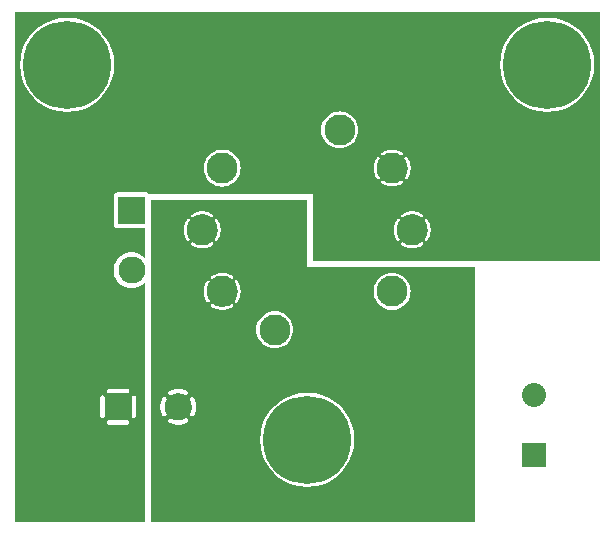
<source format=gbr>
G04 start of page 3 for group 1 idx 1 *
G04 Title: (unknown), bottom *
G04 Creator: pcb 4.0.2 *
G04 CreationDate: Mon Jan 25 18:16:20 2021 UTC *
G04 For: ndholmes *
G04 Format: Gerber/RS-274X *
G04 PCB-Dimensions (mil): 2000.00 2000.00 *
G04 PCB-Coordinate-Origin: lower left *
%MOIN*%
%FSLAX25Y25*%
%LNBOTTOM*%
%ADD29C,0.0480*%
%ADD28C,0.0550*%
%ADD27C,0.1285*%
%ADD26C,0.0730*%
%ADD25C,0.0800*%
%ADD24C,0.0900*%
%ADD23C,0.2937*%
%ADD22C,0.1030*%
%ADD21C,0.0001*%
G54D21*G36*
X70139Y100293D02*X70144Y100241D01*
Y99759D01*
X70139Y99708D01*
Y100293D01*
G37*
G36*
X89175Y18620D02*X90753Y17272D01*
X92858Y15982D01*
X95138Y15038D01*
X97539Y14461D01*
X100000Y14268D01*
Y2500D01*
X89175D01*
Y18620D01*
G37*
G36*
Y110000D02*X100000D01*
Y45732D01*
X97539Y45539D01*
X95138Y44962D01*
X92858Y44018D01*
X90753Y42728D01*
X89175Y41380D01*
Y60545D01*
X89185Y60544D01*
X90150Y60620D01*
X91091Y60846D01*
X91985Y61216D01*
X92811Y61722D01*
X93547Y62351D01*
X94175Y63087D01*
X94681Y63912D01*
X95052Y64807D01*
X95278Y65748D01*
X95335Y66713D01*
X95278Y67678D01*
X95052Y68619D01*
X94681Y69514D01*
X94175Y70339D01*
X93547Y71075D01*
X92811Y71704D01*
X91985Y72210D01*
X91091Y72580D01*
X90150Y72806D01*
X89185Y72882D01*
X89175Y72881D01*
Y110000D01*
G37*
G36*
X76823Y79720D02*X76828Y79668D01*
Y79187D01*
X76823Y79135D01*
Y79720D01*
G37*
G36*
Y110000D02*X89175D01*
Y72881D01*
X88220Y72806D01*
X87278Y72580D01*
X86384Y72210D01*
X85559Y71704D01*
X84823Y71075D01*
X84194Y70339D01*
X83688Y69514D01*
X83318Y68619D01*
X83092Y67678D01*
X83016Y66713D01*
X83092Y65748D01*
X83318Y64807D01*
X83688Y63912D01*
X84194Y63087D01*
X84823Y62351D01*
X85559Y61722D01*
X86384Y61216D01*
X87278Y60846D01*
X88220Y60620D01*
X89175Y60545D01*
Y41380D01*
X88876Y41124D01*
X87272Y39247D01*
X85982Y37142D01*
X85038Y34862D01*
X84461Y32461D01*
X84268Y30000D01*
X84461Y27539D01*
X85038Y25138D01*
X85982Y22858D01*
X87272Y20753D01*
X88876Y18876D01*
X89175Y18620D01*
Y2500D01*
X76823D01*
Y76057D01*
X77043Y76396D01*
X77302Y76910D01*
X77513Y77446D01*
X77673Y78000D01*
X77780Y78566D01*
X77834Y79140D01*
Y79716D01*
X77780Y80289D01*
X77673Y80855D01*
X77513Y81409D01*
X77302Y81945D01*
X77043Y82459D01*
X76823Y82807D01*
Y110000D01*
G37*
G36*
X70139D02*X76823D01*
Y82807D01*
X76736Y82947D01*
X76686Y83008D01*
X76626Y83061D01*
X76559Y83104D01*
X76486Y83136D01*
X76409Y83156D01*
X76330Y83164D01*
X76251Y83159D01*
X76173Y83142D01*
X76099Y83113D01*
X76030Y83073D01*
X75969Y83023D01*
X75916Y82963D01*
X75873Y82896D01*
X75841Y82823D01*
X75821Y82746D01*
X75813Y82667D01*
X75818Y82588D01*
X75835Y82510D01*
X75864Y82436D01*
X75905Y82368D01*
X76166Y81963D01*
X76384Y81533D01*
X76560Y81085D01*
X76694Y80622D01*
X76783Y80148D01*
X76823Y79720D01*
Y79135D01*
X76783Y78707D01*
X76694Y78233D01*
X76560Y77770D01*
X76384Y77322D01*
X76166Y76892D01*
X75910Y76484D01*
X75869Y76417D01*
X75840Y76344D01*
X75823Y76267D01*
X75819Y76188D01*
X75826Y76110D01*
X75846Y76034D01*
X75878Y75962D01*
X75920Y75895D01*
X75973Y75837D01*
X76033Y75787D01*
X76101Y75747D01*
X76175Y75718D01*
X76251Y75701D01*
X76330Y75697D01*
X76408Y75705D01*
X76484Y75724D01*
X76557Y75756D01*
X76623Y75798D01*
X76682Y75851D01*
X76730Y75912D01*
X76823Y76057D01*
Y2500D01*
X70139D01*
Y73472D01*
X70256Y73439D01*
X70822Y73331D01*
X71396Y73278D01*
X71972D01*
X72545Y73331D01*
X73111Y73439D01*
X73665Y73598D01*
X74201Y73809D01*
X74715Y74069D01*
X75203Y74376D01*
X75265Y74426D01*
X75317Y74485D01*
X75360Y74552D01*
X75392Y74625D01*
X75412Y74702D01*
X75420Y74781D01*
X75416Y74861D01*
X75399Y74938D01*
X75370Y75013D01*
X75329Y75081D01*
X75279Y75143D01*
X75219Y75196D01*
X75152Y75239D01*
X75079Y75271D01*
X75002Y75291D01*
X74923Y75298D01*
X74844Y75294D01*
X74766Y75277D01*
X74692Y75248D01*
X74624Y75206D01*
X74220Y74945D01*
X73789Y74728D01*
X73341Y74551D01*
X72878Y74418D01*
X72405Y74328D01*
X71925Y74283D01*
X71443D01*
X70963Y74328D01*
X70490Y74418D01*
X70139Y74519D01*
Y84336D01*
X70490Y84437D01*
X70963Y84527D01*
X71443Y84572D01*
X71925D01*
X72405Y84527D01*
X72878Y84437D01*
X73341Y84304D01*
X73789Y84127D01*
X74220Y83910D01*
X74627Y83653D01*
X74694Y83612D01*
X74768Y83584D01*
X74845Y83567D01*
X74923Y83562D01*
X75001Y83570D01*
X75078Y83590D01*
X75150Y83621D01*
X75216Y83664D01*
X75275Y83716D01*
X75325Y83777D01*
X75364Y83845D01*
X75393Y83918D01*
X75410Y83995D01*
X75415Y84074D01*
X75407Y84152D01*
X75387Y84228D01*
X75355Y84300D01*
X75313Y84367D01*
X75261Y84425D01*
X75199Y84474D01*
X74715Y84786D01*
X74201Y85046D01*
X73665Y85257D01*
X73111Y85416D01*
X72545Y85524D01*
X71972Y85578D01*
X71396D01*
X70822Y85524D01*
X70256Y85416D01*
X70139Y85383D01*
Y96629D01*
X70358Y96969D01*
X70618Y97483D01*
X70829Y98019D01*
X70989Y98573D01*
X71096Y99139D01*
X71150Y99712D01*
Y100288D01*
X71096Y100862D01*
X70989Y101428D01*
X70829Y101981D01*
X70618Y102518D01*
X70358Y103032D01*
X70139Y103380D01*
Y110000D01*
G37*
G36*
X66544D02*X70139D01*
Y103380D01*
X70052Y103519D01*
X70001Y103581D01*
X69942Y103634D01*
X69875Y103677D01*
X69802Y103709D01*
X69725Y103729D01*
X69646Y103737D01*
X69566Y103732D01*
X69489Y103715D01*
X69415Y103686D01*
X69346Y103646D01*
X69284Y103595D01*
X69231Y103536D01*
X69189Y103469D01*
X69157Y103396D01*
X69136Y103319D01*
X69129Y103240D01*
X69133Y103160D01*
X69150Y103083D01*
X69179Y103008D01*
X69221Y102941D01*
X69482Y102536D01*
X69699Y102106D01*
X69876Y101658D01*
X70009Y101195D01*
X70099Y100721D01*
X70139Y100293D01*
Y99708D01*
X70099Y99280D01*
X70009Y98806D01*
X69876Y98343D01*
X69699Y97895D01*
X69482Y97465D01*
X69225Y97057D01*
X69184Y96990D01*
X69156Y96917D01*
X69139Y96840D01*
X69134Y96761D01*
X69142Y96683D01*
X69162Y96607D01*
X69194Y96535D01*
X69236Y96468D01*
X69288Y96409D01*
X69349Y96360D01*
X69417Y96320D01*
X69490Y96291D01*
X69567Y96274D01*
X69646Y96270D01*
X69724Y96277D01*
X69800Y96297D01*
X69872Y96329D01*
X69939Y96371D01*
X69997Y96424D01*
X70046Y96485D01*
X70139Y96629D01*
Y85383D01*
X69703Y85257D01*
X69167Y85046D01*
X68652Y84786D01*
X68165Y84480D01*
X68103Y84429D01*
X68050Y84370D01*
X68007Y84303D01*
X67975Y84230D01*
X67955Y84153D01*
X67947Y84074D01*
X67952Y83994D01*
X67969Y83917D01*
X67998Y83843D01*
X68038Y83774D01*
X68089Y83712D01*
X68148Y83659D01*
X68215Y83616D01*
X68288Y83585D01*
X68365Y83564D01*
X68444Y83557D01*
X68524Y83561D01*
X68602Y83578D01*
X68676Y83607D01*
X68744Y83649D01*
X69148Y83910D01*
X69578Y84127D01*
X70027Y84304D01*
X70139Y84336D01*
Y74519D01*
X70027Y74551D01*
X69578Y74728D01*
X69148Y74945D01*
X68740Y75202D01*
X68673Y75243D01*
X68600Y75271D01*
X68523Y75288D01*
X68445Y75293D01*
X68366Y75285D01*
X68290Y75265D01*
X68218Y75234D01*
X68152Y75191D01*
X68093Y75139D01*
X68043Y75078D01*
X68003Y75010D01*
X67975Y74937D01*
X67958Y74860D01*
X67953Y74781D01*
X67961Y74703D01*
X67981Y74627D01*
X68012Y74555D01*
X68055Y74489D01*
X68107Y74430D01*
X68169Y74381D01*
X68652Y74069D01*
X69167Y73809D01*
X69703Y73598D01*
X70139Y73472D01*
Y2500D01*
X66544D01*
Y76048D01*
X66632Y75909D01*
X66682Y75847D01*
X66741Y75794D01*
X66808Y75751D01*
X66881Y75719D01*
X66958Y75699D01*
X67038Y75691D01*
X67117Y75696D01*
X67195Y75713D01*
X67269Y75742D01*
X67338Y75782D01*
X67399Y75833D01*
X67452Y75892D01*
X67495Y75959D01*
X67527Y76032D01*
X67547Y76109D01*
X67555Y76188D01*
X67550Y76268D01*
X67533Y76345D01*
X67504Y76419D01*
X67463Y76487D01*
X67201Y76892D01*
X66984Y77322D01*
X66808Y77770D01*
X66674Y78233D01*
X66585Y78707D01*
X66544Y79135D01*
Y79720D01*
X66585Y80148D01*
X66674Y80622D01*
X66808Y81085D01*
X66984Y81533D01*
X67201Y81963D01*
X67458Y82371D01*
X67499Y82438D01*
X67528Y82511D01*
X67545Y82588D01*
X67549Y82667D01*
X67541Y82745D01*
X67522Y82821D01*
X67490Y82893D01*
X67447Y82960D01*
X67395Y83019D01*
X67334Y83068D01*
X67266Y83108D01*
X67193Y83137D01*
X67116Y83154D01*
X67038Y83158D01*
X66959Y83151D01*
X66883Y83131D01*
X66811Y83099D01*
X66745Y83057D01*
X66686Y83004D01*
X66637Y82943D01*
X66544Y82798D01*
Y94045D01*
X66981Y94171D01*
X67517Y94382D01*
X68031Y94642D01*
X68519Y94948D01*
X68580Y94999D01*
X68633Y95058D01*
X68676Y95125D01*
X68708Y95198D01*
X68728Y95275D01*
X68736Y95354D01*
X68731Y95434D01*
X68714Y95511D01*
X68685Y95585D01*
X68645Y95654D01*
X68595Y95716D01*
X68535Y95769D01*
X68468Y95811D01*
X68395Y95843D01*
X68318Y95864D01*
X68239Y95871D01*
X68160Y95867D01*
X68082Y95850D01*
X68008Y95821D01*
X67940Y95779D01*
X67535Y95518D01*
X67105Y95301D01*
X66657Y95124D01*
X66544Y95092D01*
Y104909D01*
X66657Y104877D01*
X67105Y104700D01*
X67535Y104483D01*
X67943Y104226D01*
X68010Y104185D01*
X68083Y104157D01*
X68160Y104140D01*
X68239Y104135D01*
X68317Y104143D01*
X68393Y104163D01*
X68465Y104194D01*
X68532Y104237D01*
X68591Y104289D01*
X68640Y104350D01*
X68680Y104418D01*
X68709Y104491D01*
X68726Y104568D01*
X68730Y104647D01*
X68723Y104725D01*
X68703Y104801D01*
X68671Y104873D01*
X68629Y104939D01*
X68576Y104998D01*
X68515Y105047D01*
X68031Y105359D01*
X67517Y105619D01*
X66981Y105830D01*
X66544Y105956D01*
Y110000D01*
G37*
G36*
Y79135D02*X66539Y79187D01*
Y79668D01*
X66544Y79720D01*
Y79135D01*
G37*
G36*
Y95092D02*X66194Y94991D01*
X65720Y94901D01*
X65241Y94856D01*
X65002D01*
Y105145D01*
X65241D01*
X65720Y105100D01*
X66194Y105010D01*
X66544Y104909D01*
Y95092D01*
G37*
G36*
Y2500D02*X65002D01*
Y93850D01*
X65288D01*
X65861Y93904D01*
X66427Y94011D01*
X66544Y94045D01*
Y82798D01*
X66325Y82459D01*
X66065Y81945D01*
X65855Y81409D01*
X65695Y80855D01*
X65588Y80289D01*
X65534Y79716D01*
Y79140D01*
X65588Y78566D01*
X65695Y78000D01*
X65855Y77446D01*
X66065Y76910D01*
X66325Y76396D01*
X66544Y76048D01*
Y2500D01*
G37*
G36*
X65002Y110000D02*X66544D01*
Y105956D01*
X66427Y105989D01*
X65861Y106097D01*
X65288Y106150D01*
X65002D01*
Y110000D01*
G37*
G36*
X61926Y94669D02*X61968Y94642D01*
X62482Y94382D01*
X63019Y94171D01*
X63572Y94011D01*
X64138Y93904D01*
X64712Y93850D01*
X65002D01*
Y2500D01*
X61926D01*
Y37803D01*
X61930Y37805D01*
X62033Y37864D01*
X62125Y37938D01*
X62204Y38025D01*
X62266Y38125D01*
X62511Y38612D01*
X62705Y39122D01*
X62852Y39648D01*
X62951Y40184D01*
X63000Y40727D01*
Y41273D01*
X62951Y41816D01*
X62852Y42352D01*
X62705Y42878D01*
X62511Y43388D01*
X62272Y43878D01*
X62208Y43978D01*
X62128Y44066D01*
X62035Y44140D01*
X61932Y44199D01*
X61926Y44202D01*
Y94669D01*
G37*
G36*
Y104154D02*X61992Y104180D01*
X62059Y104222D01*
X62464Y104483D01*
X62894Y104700D01*
X63342Y104877D01*
X63805Y105010D01*
X64279Y105100D01*
X64759Y105145D01*
X65002D01*
Y94856D01*
X64759D01*
X64279Y94901D01*
X63805Y94991D01*
X63342Y95124D01*
X62894Y95301D01*
X62464Y95518D01*
X62056Y95775D01*
X61989Y95816D01*
X61926Y95840D01*
Y104154D01*
G37*
G36*
Y110000D02*X65002D01*
Y106150D01*
X64712D01*
X64138Y106097D01*
X63572Y105989D01*
X63019Y105830D01*
X62482Y105619D01*
X61968Y105359D01*
X61926Y105332D01*
Y110000D01*
G37*
G36*
X59860D02*X61926D01*
Y105332D01*
X61481Y105052D01*
X61419Y105002D01*
X61366Y104943D01*
X61323Y104876D01*
X61291Y104803D01*
X61271Y104726D01*
X61263Y104647D01*
X61268Y104567D01*
X61285Y104489D01*
X61314Y104415D01*
X61354Y104347D01*
X61405Y104285D01*
X61464Y104232D01*
X61531Y104189D01*
X61604Y104157D01*
X61681Y104137D01*
X61760Y104129D01*
X61840Y104134D01*
X61917Y104151D01*
X61926Y104154D01*
Y95840D01*
X61916Y95844D01*
X61839Y95861D01*
X61760Y95866D01*
X61682Y95858D01*
X61606Y95838D01*
X61534Y95806D01*
X61467Y95764D01*
X61409Y95712D01*
X61359Y95651D01*
X61319Y95583D01*
X61290Y95510D01*
X61273Y95433D01*
X61269Y95354D01*
X61277Y95276D01*
X61296Y95200D01*
X61328Y95128D01*
X61370Y95061D01*
X61423Y95003D01*
X61485Y94954D01*
X61926Y94669D01*
Y44202D01*
X61821Y44242D01*
X61705Y44266D01*
X61587Y44272D01*
X61468Y44260D01*
X61354Y44229D01*
X61245Y44180D01*
X61146Y44115D01*
X61058Y44035D01*
X60983Y43943D01*
X60924Y43840D01*
X60882Y43729D01*
X60857Y43613D01*
X60851Y43494D01*
X60864Y43376D01*
X60895Y43261D01*
X60946Y43154D01*
X61129Y42789D01*
X61274Y42407D01*
X61384Y42013D01*
X61458Y41611D01*
X61495Y41204D01*
Y40796D01*
X61458Y40389D01*
X61384Y39987D01*
X61274Y39593D01*
X61129Y39211D01*
X60950Y38844D01*
X60900Y38737D01*
X60869Y38623D01*
X60856Y38506D01*
X60862Y38388D01*
X60886Y38272D01*
X60928Y38162D01*
X60987Y38060D01*
X61061Y37968D01*
X61149Y37889D01*
X61248Y37824D01*
X61355Y37776D01*
X61469Y37745D01*
X61587Y37732D01*
X61705Y37738D01*
X61820Y37763D01*
X61926Y37803D01*
Y2500D01*
X59860D01*
Y35719D01*
X59878Y35728D01*
X59978Y35792D01*
X60066Y35872D01*
X60140Y35965D01*
X60199Y36068D01*
X60242Y36179D01*
X60266Y36295D01*
X60272Y36413D01*
X60260Y36532D01*
X60229Y36646D01*
X60180Y36755D01*
X60115Y36854D01*
X60035Y36942D01*
X59943Y37017D01*
X59860Y37064D01*
Y44941D01*
X59940Y44987D01*
X60032Y45061D01*
X60111Y45149D01*
X60176Y45248D01*
X60224Y45355D01*
X60255Y45469D01*
X60268Y45587D01*
X60262Y45705D01*
X60237Y45820D01*
X60195Y45930D01*
X60136Y46033D01*
X60062Y46125D01*
X59975Y46204D01*
X59875Y46266D01*
X59860Y46274D01*
Y96621D01*
X59948Y96481D01*
X59998Y96420D01*
X60057Y96367D01*
X60124Y96324D01*
X60197Y96292D01*
X60274Y96272D01*
X60353Y96264D01*
X60433Y96269D01*
X60511Y96286D01*
X60585Y96315D01*
X60653Y96355D01*
X60715Y96405D01*
X60768Y96465D01*
X60811Y96532D01*
X60843Y96605D01*
X60863Y96682D01*
X60871Y96761D01*
X60866Y96840D01*
X60849Y96918D01*
X60820Y96992D01*
X60778Y97060D01*
X60517Y97465D01*
X60300Y97895D01*
X60124Y98343D01*
X59990Y98806D01*
X59900Y99280D01*
X59860Y99708D01*
Y100293D01*
X59900Y100721D01*
X59990Y101195D01*
X60124Y101658D01*
X60300Y102106D01*
X60517Y102536D01*
X60774Y102944D01*
X60815Y103011D01*
X60843Y103084D01*
X60860Y103161D01*
X60865Y103240D01*
X60857Y103318D01*
X60837Y103394D01*
X60806Y103466D01*
X60763Y103533D01*
X60711Y103591D01*
X60650Y103641D01*
X60582Y103681D01*
X60509Y103710D01*
X60432Y103727D01*
X60353Y103731D01*
X60275Y103723D01*
X60199Y103704D01*
X60127Y103672D01*
X60061Y103630D01*
X60002Y103577D01*
X59953Y103515D01*
X59860Y103371D01*
Y110000D01*
G37*
G36*
Y99708D02*X59855Y99759D01*
Y100241D01*
X59860Y100293D01*
Y99708D01*
G37*
G36*
X52074Y110000D02*X59860D01*
Y103371D01*
X59641Y103032D01*
X59381Y102518D01*
X59170Y101981D01*
X59011Y101428D01*
X58903Y100862D01*
X58850Y100288D01*
Y99712D01*
X58903Y99139D01*
X59011Y98573D01*
X59170Y98019D01*
X59381Y97483D01*
X59641Y96969D01*
X59860Y96621D01*
Y46274D01*
X59388Y46511D01*
X58878Y46705D01*
X58352Y46852D01*
X57816Y46951D01*
X57273Y47000D01*
X56727D01*
X56184Y46951D01*
X55648Y46852D01*
X55122Y46705D01*
X54612Y46511D01*
X54122Y46272D01*
X54022Y46208D01*
X53934Y46128D01*
X53860Y46035D01*
X53801Y45932D01*
X53758Y45821D01*
X53734Y45705D01*
X53728Y45587D01*
X53740Y45468D01*
X53771Y45354D01*
X53820Y45245D01*
X53885Y45146D01*
X53965Y45058D01*
X54057Y44983D01*
X54160Y44924D01*
X54271Y44882D01*
X54387Y44857D01*
X54506Y44851D01*
X54624Y44864D01*
X54739Y44895D01*
X54846Y44946D01*
X55211Y45129D01*
X55593Y45274D01*
X55987Y45384D01*
X56389Y45458D01*
X56796Y45495D01*
X57204D01*
X57611Y45458D01*
X58013Y45384D01*
X58407Y45274D01*
X58789Y45129D01*
X59156Y44950D01*
X59263Y44900D01*
X59377Y44869D01*
X59494Y44856D01*
X59612Y44862D01*
X59728Y44886D01*
X59838Y44928D01*
X59860Y44941D01*
Y37064D01*
X59840Y37076D01*
X59729Y37118D01*
X59613Y37143D01*
X59494Y37149D01*
X59376Y37136D01*
X59261Y37105D01*
X59154Y37054D01*
X58789Y36871D01*
X58407Y36726D01*
X58013Y36616D01*
X57611Y36542D01*
X57204Y36505D01*
X56796D01*
X56389Y36542D01*
X55987Y36616D01*
X55593Y36726D01*
X55211Y36871D01*
X54844Y37050D01*
X54737Y37100D01*
X54623Y37131D01*
X54506Y37144D01*
X54388Y37138D01*
X54272Y37114D01*
X54162Y37072D01*
X54060Y37013D01*
X53968Y36939D01*
X53889Y36851D01*
X53824Y36752D01*
X53776Y36645D01*
X53745Y36531D01*
X53732Y36413D01*
X53738Y36295D01*
X53763Y36180D01*
X53805Y36070D01*
X53864Y35967D01*
X53938Y35875D01*
X54025Y35796D01*
X54125Y35734D01*
X54612Y35489D01*
X55122Y35295D01*
X55648Y35148D01*
X56184Y35049D01*
X56727Y35000D01*
X57273D01*
X57816Y35049D01*
X58352Y35148D01*
X58878Y35295D01*
X59388Y35489D01*
X59860Y35719D01*
Y2500D01*
X52074D01*
Y37798D01*
X52179Y37758D01*
X52295Y37734D01*
X52413Y37728D01*
X52532Y37740D01*
X52646Y37771D01*
X52755Y37820D01*
X52854Y37885D01*
X52942Y37965D01*
X53017Y38057D01*
X53076Y38160D01*
X53118Y38271D01*
X53143Y38387D01*
X53149Y38506D01*
X53136Y38624D01*
X53105Y38739D01*
X53054Y38846D01*
X52871Y39211D01*
X52726Y39593D01*
X52616Y39987D01*
X52542Y40389D01*
X52505Y40796D01*
Y41204D01*
X52542Y41611D01*
X52616Y42013D01*
X52726Y42407D01*
X52871Y42789D01*
X53050Y43156D01*
X53100Y43263D01*
X53131Y43377D01*
X53144Y43494D01*
X53138Y43612D01*
X53114Y43728D01*
X53072Y43838D01*
X53013Y43940D01*
X52939Y44032D01*
X52851Y44111D01*
X52752Y44176D01*
X52645Y44224D01*
X52531Y44255D01*
X52413Y44268D01*
X52295Y44262D01*
X52180Y44237D01*
X52074Y44197D01*
Y110000D01*
G37*
G36*
X48000Y2500D02*Y110000D01*
X52074D01*
Y44197D01*
X52070Y44195D01*
X51967Y44136D01*
X51875Y44062D01*
X51796Y43975D01*
X51734Y43875D01*
X51489Y43388D01*
X51295Y42878D01*
X51148Y42352D01*
X51049Y41816D01*
X51000Y41273D01*
Y40727D01*
X51049Y40184D01*
X51148Y39648D01*
X51295Y39122D01*
X51489Y38612D01*
X51728Y38122D01*
X51792Y38022D01*
X51872Y37934D01*
X51965Y37860D01*
X52068Y37801D01*
X52074Y37798D01*
Y2500D01*
X48000D01*
G37*
G36*
X37000Y100500D02*X46000Y100514D01*
Y90470D01*
X45756Y90756D01*
X45038Y91369D01*
X44232Y91863D01*
X43360Y92224D01*
X42442Y92444D01*
X41500Y92519D01*
X40558Y92444D01*
X39640Y92224D01*
X38768Y91863D01*
X37962Y91369D01*
X37244Y90756D01*
X37000Y90470D01*
Y100500D01*
G37*
G36*
Y172500D02*X46000D01*
Y112500D01*
X37000Y112486D01*
Y172500D01*
G37*
G36*
X46000Y2500D02*X42250D01*
Y37248D01*
X42368Y37257D01*
X42482Y37285D01*
X42592Y37330D01*
X42692Y37391D01*
X42782Y37468D01*
X42859Y37558D01*
X42920Y37658D01*
X42965Y37768D01*
X42993Y37882D01*
X43000Y38000D01*
Y44000D01*
X42993Y44118D01*
X42965Y44232D01*
X42920Y44342D01*
X42859Y44442D01*
X42782Y44532D01*
X42692Y44609D01*
X42592Y44670D01*
X42482Y44715D01*
X42368Y44743D01*
X42250Y44752D01*
Y80541D01*
X42442Y80556D01*
X43360Y80776D01*
X44232Y81137D01*
X45038Y81631D01*
X45756Y82244D01*
X46000Y82530D01*
Y2500D01*
G37*
G36*
X42250D02*X37000D01*
Y35000D01*
X40000D01*
X40118Y35007D01*
X40232Y35035D01*
X40342Y35080D01*
X40442Y35141D01*
X40532Y35218D01*
X40609Y35308D01*
X40670Y35408D01*
X40715Y35518D01*
X40743Y35632D01*
X40752Y35750D01*
X40743Y35868D01*
X40715Y35982D01*
X40670Y36092D01*
X40609Y36192D01*
X40532Y36282D01*
X40442Y36359D01*
X40342Y36420D01*
X40232Y36465D01*
X40118Y36493D01*
X40000Y36500D01*
X37000D01*
Y45500D01*
X40000D01*
X40118Y45507D01*
X40232Y45535D01*
X40342Y45580D01*
X40442Y45641D01*
X40532Y45718D01*
X40609Y45808D01*
X40670Y45908D01*
X40715Y46018D01*
X40743Y46132D01*
X40752Y46250D01*
X40743Y46368D01*
X40715Y46482D01*
X40670Y46592D01*
X40609Y46692D01*
X40532Y46782D01*
X40442Y46859D01*
X40342Y46920D01*
X40232Y46965D01*
X40118Y46993D01*
X40000Y47000D01*
X37000D01*
Y82530D01*
X37244Y82244D01*
X37962Y81631D01*
X38768Y81137D01*
X39640Y80776D01*
X40558Y80556D01*
X41500Y80481D01*
X42250Y80541D01*
Y44752D01*
X42132Y44743D01*
X42018Y44715D01*
X41908Y44670D01*
X41808Y44609D01*
X41718Y44532D01*
X41641Y44442D01*
X41580Y44342D01*
X41535Y44232D01*
X41507Y44118D01*
X41500Y44000D01*
Y38000D01*
X41507Y37882D01*
X41535Y37768D01*
X41580Y37658D01*
X41641Y37558D01*
X41718Y37468D01*
X41808Y37391D01*
X41908Y37330D01*
X42018Y37285D01*
X42132Y37257D01*
X42250Y37248D01*
Y2500D01*
G37*
G36*
X37000D02*X31750D01*
Y37248D01*
X31868Y37257D01*
X31982Y37285D01*
X32092Y37330D01*
X32192Y37391D01*
X32282Y37468D01*
X32359Y37558D01*
X32420Y37658D01*
X32465Y37768D01*
X32493Y37882D01*
X32500Y38000D01*
Y44000D01*
X32493Y44118D01*
X32465Y44232D01*
X32420Y44342D01*
X32359Y44442D01*
X32282Y44532D01*
X32192Y44609D01*
X32092Y44670D01*
X31982Y44715D01*
X31868Y44743D01*
X31750Y44752D01*
Y144608D01*
X32728Y145753D01*
X34018Y147858D01*
X34962Y150138D01*
X35539Y152539D01*
X35684Y155000D01*
X35539Y157461D01*
X34962Y159862D01*
X34018Y162142D01*
X32728Y164247D01*
X31750Y165392D01*
Y172500D01*
X37000D01*
Y112486D01*
X36765Y112486D01*
X36535Y112431D01*
X36317Y112341D01*
X36116Y112217D01*
X35936Y112064D01*
X35783Y111884D01*
X35659Y111683D01*
X35569Y111465D01*
X35514Y111235D01*
X35500Y111000D01*
X35514Y101765D01*
X35569Y101535D01*
X35659Y101317D01*
X35783Y101116D01*
X35936Y100936D01*
X36116Y100783D01*
X36317Y100659D01*
X36535Y100569D01*
X36765Y100514D01*
X37000Y100500D01*
Y90470D01*
X36631Y90038D01*
X36137Y89232D01*
X35776Y88360D01*
X35556Y87442D01*
X35481Y86500D01*
X35556Y85558D01*
X35776Y84640D01*
X36137Y83768D01*
X36631Y82962D01*
X37000Y82530D01*
Y47000D01*
X34000D01*
X33882Y46993D01*
X33768Y46965D01*
X33658Y46920D01*
X33558Y46859D01*
X33468Y46782D01*
X33391Y46692D01*
X33330Y46592D01*
X33285Y46482D01*
X33257Y46368D01*
X33248Y46250D01*
X33257Y46132D01*
X33285Y46018D01*
X33330Y45908D01*
X33391Y45808D01*
X33468Y45718D01*
X33558Y45641D01*
X33658Y45580D01*
X33768Y45535D01*
X33882Y45507D01*
X34000Y45500D01*
X37000D01*
Y36500D01*
X34000D01*
X33882Y36493D01*
X33768Y36465D01*
X33658Y36420D01*
X33558Y36359D01*
X33468Y36282D01*
X33391Y36192D01*
X33330Y36092D01*
X33285Y35982D01*
X33257Y35868D01*
X33248Y35750D01*
X33257Y35632D01*
X33285Y35518D01*
X33330Y35408D01*
X33391Y35308D01*
X33468Y35218D01*
X33558Y35141D01*
X33658Y35080D01*
X33768Y35035D01*
X33882Y35007D01*
X34000Y35000D01*
X37000D01*
Y2500D01*
G37*
G36*
X31750Y165392D02*X31124Y166124D01*
X29247Y167728D01*
X27142Y169018D01*
X24862Y169962D01*
X22461Y170539D01*
X20000Y170732D01*
X19976Y170730D01*
Y172500D01*
X31750D01*
Y165392D01*
G37*
G36*
Y2500D02*X19976D01*
Y139270D01*
X20000Y139268D01*
X22461Y139461D01*
X24862Y140038D01*
X27142Y140982D01*
X29247Y142272D01*
X31124Y143876D01*
X31750Y144608D01*
Y44752D01*
X31632Y44743D01*
X31518Y44715D01*
X31408Y44670D01*
X31308Y44609D01*
X31218Y44532D01*
X31141Y44442D01*
X31080Y44342D01*
X31035Y44232D01*
X31007Y44118D01*
X31000Y44000D01*
Y38000D01*
X31007Y37882D01*
X31035Y37768D01*
X31080Y37658D01*
X31141Y37558D01*
X31218Y37468D01*
X31308Y37391D01*
X31408Y37330D01*
X31518Y37285D01*
X31632Y37257D01*
X31750Y37248D01*
Y2500D01*
G37*
G36*
X19976D02*X2500D01*
Y172500D01*
X19976D01*
Y170730D01*
X17539Y170539D01*
X15138Y169962D01*
X12858Y169018D01*
X10753Y167728D01*
X8876Y166124D01*
X7272Y164247D01*
X5982Y162142D01*
X5038Y159862D01*
X4461Y157461D01*
X4268Y155000D01*
X4461Y152539D01*
X5038Y150138D01*
X5982Y147858D01*
X7272Y145753D01*
X8876Y143876D01*
X10753Y142272D01*
X12858Y140982D01*
X15138Y140038D01*
X17539Y139461D01*
X19976Y139270D01*
Y2500D01*
G37*
G36*
X133456Y120865D02*X133460Y120813D01*
Y120332D01*
X133456Y120280D01*
Y120865D01*
G37*
G36*
Y172500D02*X150000D01*
Y112000D01*
X133456D01*
Y117202D01*
X133675Y117541D01*
X133935Y118055D01*
X134145Y118591D01*
X134305Y119145D01*
X134412Y119711D01*
X134466Y120284D01*
Y120860D01*
X134412Y121434D01*
X134305Y122000D01*
X134145Y122554D01*
X133935Y123090D01*
X133675Y123604D01*
X133456Y123952D01*
Y172500D01*
G37*
G36*
X128319D02*X133456D01*
Y123952D01*
X133368Y124091D01*
X133318Y124153D01*
X133259Y124206D01*
X133192Y124249D01*
X133119Y124281D01*
X133042Y124301D01*
X132962Y124309D01*
X132883Y124304D01*
X132805Y124287D01*
X132731Y124258D01*
X132662Y124218D01*
X132601Y124167D01*
X132548Y124108D01*
X132505Y124041D01*
X132473Y123968D01*
X132453Y123891D01*
X132445Y123812D01*
X132450Y123732D01*
X132467Y123655D01*
X132496Y123581D01*
X132537Y123513D01*
X132799Y123108D01*
X133016Y122678D01*
X133192Y122230D01*
X133326Y121767D01*
X133415Y121293D01*
X133456Y120865D01*
Y120280D01*
X133415Y119852D01*
X133326Y119378D01*
X133192Y118915D01*
X133016Y118467D01*
X132799Y118037D01*
X132542Y117629D01*
X132501Y117562D01*
X132472Y117489D01*
X132455Y117412D01*
X132451Y117333D01*
X132459Y117255D01*
X132478Y117179D01*
X132510Y117107D01*
X132553Y117040D01*
X132605Y116981D01*
X132666Y116932D01*
X132734Y116892D01*
X132807Y116863D01*
X132884Y116846D01*
X132962Y116842D01*
X133041Y116849D01*
X133117Y116869D01*
X133189Y116901D01*
X133255Y116943D01*
X133314Y116996D01*
X133363Y117057D01*
X133456Y117202D01*
Y112000D01*
X128319D01*
Y114422D01*
X128604D01*
X129178Y114476D01*
X129744Y114584D01*
X130297Y114743D01*
X130833Y114954D01*
X131348Y115214D01*
X131835Y115520D01*
X131897Y115571D01*
X131950Y115630D01*
X131993Y115697D01*
X132025Y115770D01*
X132045Y115847D01*
X132053Y115926D01*
X132048Y116006D01*
X132031Y116083D01*
X132002Y116158D01*
X131962Y116226D01*
X131911Y116288D01*
X131852Y116341D01*
X131785Y116384D01*
X131712Y116415D01*
X131635Y116436D01*
X131556Y116443D01*
X131476Y116439D01*
X131398Y116422D01*
X131324Y116393D01*
X131256Y116351D01*
X130852Y116090D01*
X130422Y115873D01*
X129973Y115696D01*
X129510Y115563D01*
X129037Y115473D01*
X128557Y115428D01*
X128319D01*
Y125717D01*
X128557D01*
X129037Y125672D01*
X129510Y125582D01*
X129973Y125449D01*
X130422Y125272D01*
X130852Y125055D01*
X131260Y124798D01*
X131327Y124757D01*
X131400Y124729D01*
X131477Y124712D01*
X131555Y124707D01*
X131634Y124715D01*
X131710Y124735D01*
X131782Y124766D01*
X131848Y124809D01*
X131907Y124861D01*
X131957Y124922D01*
X131997Y124990D01*
X132025Y125063D01*
X132042Y125140D01*
X132047Y125219D01*
X132039Y125297D01*
X132019Y125373D01*
X131988Y125445D01*
X131945Y125511D01*
X131893Y125570D01*
X131831Y125619D01*
X131348Y125931D01*
X130833Y126191D01*
X130297Y126402D01*
X129744Y126561D01*
X129178Y126669D01*
X128604Y126722D01*
X128319D01*
Y172500D01*
G37*
G36*
X123177D02*X128319D01*
Y126722D01*
X128028D01*
X127455Y126669D01*
X126889Y126561D01*
X126335Y126402D01*
X125799Y126191D01*
X125285Y125931D01*
X124797Y125624D01*
X124735Y125574D01*
X124683Y125515D01*
X124640Y125448D01*
X124608Y125375D01*
X124588Y125298D01*
X124580Y125219D01*
X124584Y125139D01*
X124601Y125062D01*
X124630Y124987D01*
X124671Y124919D01*
X124721Y124857D01*
X124781Y124804D01*
X124848Y124761D01*
X124921Y124729D01*
X124998Y124709D01*
X125077Y124702D01*
X125156Y124706D01*
X125234Y124723D01*
X125308Y124752D01*
X125376Y124794D01*
X125780Y125055D01*
X126211Y125272D01*
X126659Y125449D01*
X127122Y125582D01*
X127595Y125672D01*
X128075Y125717D01*
X128319D01*
Y115428D01*
X128075D01*
X127595Y115473D01*
X127122Y115563D01*
X126659Y115696D01*
X126211Y115873D01*
X125780Y116090D01*
X125373Y116347D01*
X125306Y116388D01*
X125232Y116416D01*
X125155Y116433D01*
X125077Y116438D01*
X124999Y116430D01*
X124922Y116410D01*
X124850Y116379D01*
X124784Y116336D01*
X124725Y116284D01*
X124675Y116223D01*
X124636Y116155D01*
X124607Y116082D01*
X124590Y116005D01*
X124585Y115926D01*
X124593Y115848D01*
X124613Y115772D01*
X124645Y115700D01*
X124687Y115633D01*
X124739Y115575D01*
X124801Y115526D01*
X125285Y115214D01*
X125799Y114954D01*
X126335Y114743D01*
X126889Y114584D01*
X127455Y114476D01*
X128028Y114422D01*
X128319D01*
Y112000D01*
X123177D01*
Y117193D01*
X123264Y117053D01*
X123314Y116992D01*
X123374Y116939D01*
X123441Y116896D01*
X123514Y116864D01*
X123591Y116844D01*
X123670Y116836D01*
X123749Y116841D01*
X123827Y116858D01*
X123901Y116887D01*
X123970Y116927D01*
X124031Y116977D01*
X124084Y117037D01*
X124127Y117104D01*
X124159Y117177D01*
X124179Y117254D01*
X124187Y117333D01*
X124182Y117412D01*
X124165Y117490D01*
X124136Y117564D01*
X124095Y117632D01*
X123834Y118037D01*
X123616Y118467D01*
X123440Y118915D01*
X123306Y119378D01*
X123217Y119852D01*
X123177Y120280D01*
Y120865D01*
X123217Y121293D01*
X123306Y121767D01*
X123440Y122230D01*
X123616Y122678D01*
X123834Y123108D01*
X124090Y123516D01*
X124131Y123583D01*
X124160Y123656D01*
X124177Y123733D01*
X124181Y123812D01*
X124174Y123890D01*
X124154Y123966D01*
X124122Y124038D01*
X124080Y124105D01*
X124027Y124163D01*
X123967Y124213D01*
X123899Y124253D01*
X123825Y124282D01*
X123749Y124299D01*
X123670Y124303D01*
X123592Y124295D01*
X123516Y124276D01*
X123443Y124244D01*
X123377Y124202D01*
X123318Y124149D01*
X123270Y124088D01*
X123177Y123943D01*
Y172500D01*
G37*
G36*
Y120280D02*X123172Y120332D01*
Y120813D01*
X123177Y120865D01*
Y120280D01*
G37*
G36*
X110806Y172500D02*X123177D01*
Y123943D01*
X122957Y123604D01*
X122698Y123090D01*
X122487Y122554D01*
X122327Y122000D01*
X122220Y121434D01*
X122166Y120860D01*
Y120284D01*
X122220Y119711D01*
X122327Y119145D01*
X122487Y118591D01*
X122698Y118055D01*
X122957Y117541D01*
X123177Y117193D01*
Y112000D01*
X110806D01*
Y127119D01*
X110815Y127118D01*
X111780Y127194D01*
X112722Y127420D01*
X113616Y127790D01*
X114441Y128296D01*
X115177Y128925D01*
X115806Y129661D01*
X116312Y130486D01*
X116682Y131381D01*
X116908Y132322D01*
X116965Y133287D01*
X116908Y134252D01*
X116682Y135193D01*
X116312Y136088D01*
X115806Y136913D01*
X115177Y137649D01*
X114441Y138278D01*
X113616Y138784D01*
X112722Y139154D01*
X111780Y139380D01*
X110815Y139456D01*
X110806Y139455D01*
Y172500D01*
G37*
G36*
X71675D02*X110806D01*
Y139455D01*
X109850Y139380D01*
X108909Y139154D01*
X108015Y138784D01*
X107189Y138278D01*
X106453Y137649D01*
X105825Y136913D01*
X105319Y136088D01*
X104948Y135193D01*
X104722Y134252D01*
X104646Y133287D01*
X104722Y132322D01*
X104948Y131381D01*
X105319Y130486D01*
X105825Y129661D01*
X106453Y128925D01*
X107189Y128296D01*
X108015Y127790D01*
X108909Y127420D01*
X109850Y127194D01*
X110806Y127119D01*
Y112000D01*
X71675D01*
Y114405D01*
X71684Y114404D01*
X72649Y114480D01*
X73591Y114706D01*
X74485Y115076D01*
X75310Y115582D01*
X76046Y116211D01*
X76675Y116947D01*
X77181Y117772D01*
X77551Y118667D01*
X77777Y119608D01*
X77834Y120573D01*
X77777Y121538D01*
X77551Y122479D01*
X77181Y123373D01*
X76675Y124199D01*
X76046Y124935D01*
X75310Y125564D01*
X74485Y126069D01*
X73591Y126440D01*
X72649Y126666D01*
X71684Y126742D01*
X71675Y126741D01*
Y172500D01*
G37*
G36*
X19976D02*X71675D01*
Y126741D01*
X70719Y126666D01*
X69778Y126440D01*
X68884Y126069D01*
X68058Y125564D01*
X67322Y124935D01*
X66693Y124199D01*
X66188Y123373D01*
X65817Y122479D01*
X65591Y121538D01*
X65515Y120573D01*
X65591Y119608D01*
X65817Y118667D01*
X66188Y117772D01*
X66693Y116947D01*
X67322Y116211D01*
X68058Y115582D01*
X68884Y115076D01*
X69778Y114706D01*
X70719Y114480D01*
X71675Y114405D01*
Y112000D01*
X47119D01*
X47064Y112064D01*
X46884Y112217D01*
X46683Y112341D01*
X46465Y112431D01*
X46235Y112486D01*
X46000Y112500D01*
X36765Y112486D01*
X36535Y112431D01*
X36317Y112341D01*
X36116Y112217D01*
X35936Y112064D01*
X35881Y112000D01*
X19976D01*
Y139270D01*
X20000Y139268D01*
X22461Y139461D01*
X24862Y140038D01*
X27142Y140982D01*
X29247Y142272D01*
X31124Y143876D01*
X32728Y145753D01*
X34018Y147858D01*
X34962Y150138D01*
X35539Y152539D01*
X35684Y155000D01*
X35539Y157461D01*
X34962Y159862D01*
X34018Y162142D01*
X32728Y164247D01*
X31124Y166124D01*
X29247Y167728D01*
X27142Y169018D01*
X24862Y169962D01*
X22461Y170539D01*
X20000Y170732D01*
X19976Y170730D01*
Y172500D01*
G37*
G36*
X2500D02*X19976D01*
Y170730D01*
X17539Y170539D01*
X15138Y169962D01*
X12858Y169018D01*
X10753Y167728D01*
X8876Y166124D01*
X7272Y164247D01*
X5982Y162142D01*
X5038Y159862D01*
X4461Y157461D01*
X4268Y155000D01*
X4461Y152539D01*
X5038Y150138D01*
X5982Y147858D01*
X7272Y145753D01*
X8876Y143876D01*
X10753Y142272D01*
X12858Y140982D01*
X15138Y140038D01*
X17539Y139461D01*
X19976Y139270D01*
Y112000D01*
X2500D01*
Y172500D01*
G37*
G36*
X179976D02*X197500D01*
Y89500D01*
X179976D01*
Y139270D01*
X180000Y139268D01*
X182461Y139461D01*
X184862Y140038D01*
X187142Y140982D01*
X189247Y142272D01*
X191124Y143876D01*
X192728Y145753D01*
X194018Y147858D01*
X194962Y150138D01*
X195539Y152539D01*
X195684Y155000D01*
X195539Y157461D01*
X194962Y159862D01*
X194018Y162142D01*
X192728Y164247D01*
X191124Y166124D01*
X189247Y167728D01*
X187142Y169018D01*
X184862Y169962D01*
X182461Y170539D01*
X180000Y170732D01*
X179976Y170730D01*
Y172500D01*
G37*
G36*
X133456Y120865D02*X133460Y120813D01*
Y120332D01*
X133456Y120280D01*
Y120865D01*
G37*
G36*
X140140Y100292D02*X140145Y100241D01*
Y99759D01*
X140140Y99707D01*
Y100292D01*
G37*
G36*
Y172500D02*X179976D01*
Y170730D01*
X177539Y170539D01*
X175138Y169962D01*
X172858Y169018D01*
X170753Y167728D01*
X168876Y166124D01*
X167272Y164247D01*
X165982Y162142D01*
X165038Y159862D01*
X164461Y157461D01*
X164268Y155000D01*
X164461Y152539D01*
X165038Y150138D01*
X165982Y147858D01*
X167272Y145753D01*
X168876Y143876D01*
X170753Y142272D01*
X172858Y140982D01*
X175138Y140038D01*
X177539Y139461D01*
X179976Y139270D01*
Y89500D01*
X140140D01*
Y96629D01*
X140359Y96968D01*
X140619Y97482D01*
X140830Y98019D01*
X140989Y98572D01*
X141097Y99138D01*
X141150Y99712D01*
Y100288D01*
X141097Y100861D01*
X140989Y101427D01*
X140830Y101981D01*
X140619Y102517D01*
X140359Y103031D01*
X140140Y103379D01*
Y172500D01*
G37*
G36*
X133456D02*X140140D01*
Y103379D01*
X140052Y103519D01*
X140002Y103580D01*
X139943Y103633D01*
X139876Y103676D01*
X139803Y103708D01*
X139726Y103728D01*
X139647Y103736D01*
X139567Y103731D01*
X139489Y103714D01*
X139415Y103685D01*
X139347Y103645D01*
X139285Y103595D01*
X139232Y103535D01*
X139189Y103468D01*
X139157Y103395D01*
X139137Y103318D01*
X139129Y103239D01*
X139134Y103160D01*
X139151Y103082D01*
X139180Y103008D01*
X139222Y102940D01*
X139483Y102535D01*
X139700Y102105D01*
X139876Y101657D01*
X140010Y101194D01*
X140100Y100720D01*
X140140Y100292D01*
Y99707D01*
X140100Y99279D01*
X140010Y98805D01*
X139876Y98342D01*
X139700Y97894D01*
X139483Y97464D01*
X139226Y97056D01*
X139185Y96989D01*
X139157Y96916D01*
X139140Y96839D01*
X139135Y96760D01*
X139143Y96682D01*
X139163Y96606D01*
X139194Y96534D01*
X139237Y96467D01*
X139289Y96409D01*
X139350Y96359D01*
X139418Y96319D01*
X139491Y96290D01*
X139568Y96273D01*
X139647Y96269D01*
X139725Y96277D01*
X139801Y96296D01*
X139873Y96328D01*
X139939Y96370D01*
X139998Y96423D01*
X140047Y96485D01*
X140140Y96629D01*
Y89500D01*
X133456D01*
Y94044D01*
X133573Y94011D01*
X134139Y93903D01*
X134712Y93850D01*
X135288D01*
X135862Y93903D01*
X136428Y94011D01*
X136981Y94170D01*
X137518Y94381D01*
X138032Y94641D01*
X138519Y94948D01*
X138581Y94998D01*
X138634Y95057D01*
X138677Y95124D01*
X138709Y95197D01*
X138729Y95274D01*
X138737Y95353D01*
X138732Y95433D01*
X138715Y95511D01*
X138686Y95585D01*
X138646Y95653D01*
X138595Y95715D01*
X138536Y95768D01*
X138469Y95811D01*
X138396Y95843D01*
X138319Y95863D01*
X138240Y95871D01*
X138160Y95866D01*
X138083Y95849D01*
X138008Y95820D01*
X137941Y95778D01*
X137536Y95517D01*
X137106Y95300D01*
X136658Y95124D01*
X136195Y94990D01*
X135721Y94900D01*
X135241Y94855D01*
X134759D01*
X134280Y94900D01*
X133806Y94990D01*
X133456Y95091D01*
Y104908D01*
X133806Y105009D01*
X134280Y105099D01*
X134759Y105144D01*
X135241D01*
X135721Y105099D01*
X136195Y105009D01*
X136658Y104876D01*
X137106Y104699D01*
X137536Y104482D01*
X137944Y104225D01*
X138011Y104184D01*
X138084Y104156D01*
X138161Y104139D01*
X138240Y104134D01*
X138318Y104142D01*
X138394Y104162D01*
X138466Y104194D01*
X138533Y104236D01*
X138591Y104288D01*
X138641Y104349D01*
X138681Y104417D01*
X138710Y104490D01*
X138727Y104567D01*
X138731Y104646D01*
X138723Y104724D01*
X138704Y104800D01*
X138672Y104872D01*
X138630Y104939D01*
X138577Y104997D01*
X138515Y105046D01*
X138032Y105358D01*
X137518Y105618D01*
X136981Y105829D01*
X136428Y105989D01*
X135862Y106096D01*
X135288Y106150D01*
X134712D01*
X134139Y106096D01*
X133573Y105989D01*
X133456Y105955D01*
Y117202D01*
X133675Y117541D01*
X133935Y118055D01*
X134145Y118591D01*
X134305Y119145D01*
X134412Y119711D01*
X134466Y120284D01*
Y120860D01*
X134412Y121434D01*
X134305Y122000D01*
X134145Y122554D01*
X133935Y123090D01*
X133675Y123604D01*
X133456Y123952D01*
Y172500D01*
G37*
G36*
X129861D02*X133456D01*
Y123952D01*
X133368Y124091D01*
X133318Y124153D01*
X133259Y124206D01*
X133192Y124249D01*
X133119Y124281D01*
X133042Y124301D01*
X132962Y124309D01*
X132883Y124304D01*
X132805Y124287D01*
X132731Y124258D01*
X132662Y124218D01*
X132601Y124167D01*
X132548Y124108D01*
X132505Y124041D01*
X132473Y123968D01*
X132453Y123891D01*
X132445Y123812D01*
X132450Y123732D01*
X132467Y123655D01*
X132496Y123581D01*
X132537Y123513D01*
X132799Y123108D01*
X133016Y122678D01*
X133192Y122230D01*
X133326Y121767D01*
X133415Y121293D01*
X133456Y120865D01*
Y120280D01*
X133415Y119852D01*
X133326Y119378D01*
X133192Y118915D01*
X133016Y118467D01*
X132799Y118037D01*
X132542Y117629D01*
X132501Y117562D01*
X132472Y117489D01*
X132455Y117412D01*
X132451Y117333D01*
X132459Y117255D01*
X132478Y117179D01*
X132510Y117107D01*
X132553Y117040D01*
X132605Y116981D01*
X132666Y116932D01*
X132734Y116892D01*
X132807Y116863D01*
X132884Y116846D01*
X132962Y116842D01*
X133041Y116849D01*
X133117Y116869D01*
X133189Y116901D01*
X133255Y116943D01*
X133314Y116996D01*
X133363Y117057D01*
X133456Y117202D01*
Y105955D01*
X133019Y105829D01*
X132483Y105618D01*
X131969Y105358D01*
X131481Y105052D01*
X131420Y105001D01*
X131367Y104942D01*
X131324Y104875D01*
X131292Y104802D01*
X131272Y104725D01*
X131264Y104646D01*
X131269Y104566D01*
X131286Y104489D01*
X131315Y104415D01*
X131355Y104346D01*
X131405Y104284D01*
X131465Y104231D01*
X131532Y104189D01*
X131605Y104157D01*
X131682Y104136D01*
X131761Y104129D01*
X131840Y104133D01*
X131918Y104150D01*
X131992Y104179D01*
X132060Y104221D01*
X132465Y104482D01*
X132895Y104699D01*
X133343Y104876D01*
X133456Y104908D01*
Y95091D01*
X133343Y95124D01*
X132895Y95300D01*
X132465Y95517D01*
X132057Y95774D01*
X131990Y95815D01*
X131917Y95843D01*
X131840Y95860D01*
X131761Y95865D01*
X131683Y95857D01*
X131607Y95837D01*
X131535Y95806D01*
X131468Y95763D01*
X131409Y95711D01*
X131360Y95650D01*
X131320Y95582D01*
X131291Y95509D01*
X131274Y95432D01*
X131270Y95353D01*
X131277Y95275D01*
X131297Y95199D01*
X131329Y95127D01*
X131371Y95061D01*
X131424Y95002D01*
X131485Y94953D01*
X131969Y94641D01*
X132483Y94381D01*
X133019Y94170D01*
X133456Y94044D01*
Y89500D01*
X129861D01*
Y96620D01*
X129948Y96481D01*
X129999Y96419D01*
X130058Y96366D01*
X130125Y96323D01*
X130198Y96291D01*
X130275Y96271D01*
X130354Y96263D01*
X130434Y96268D01*
X130511Y96285D01*
X130585Y96314D01*
X130654Y96354D01*
X130716Y96405D01*
X130769Y96464D01*
X130811Y96531D01*
X130843Y96604D01*
X130864Y96681D01*
X130871Y96760D01*
X130867Y96840D01*
X130850Y96917D01*
X130821Y96992D01*
X130779Y97059D01*
X130518Y97464D01*
X130301Y97894D01*
X130124Y98342D01*
X129991Y98805D01*
X129901Y99279D01*
X129861Y99707D01*
Y100292D01*
X129901Y100720D01*
X129991Y101194D01*
X130124Y101657D01*
X130301Y102105D01*
X130518Y102535D01*
X130775Y102943D01*
X130816Y103010D01*
X130844Y103083D01*
X130861Y103160D01*
X130866Y103239D01*
X130858Y103317D01*
X130838Y103393D01*
X130806Y103465D01*
X130764Y103532D01*
X130712Y103591D01*
X130651Y103640D01*
X130583Y103680D01*
X130510Y103709D01*
X130433Y103726D01*
X130354Y103730D01*
X130276Y103723D01*
X130200Y103703D01*
X130128Y103671D01*
X130061Y103629D01*
X130003Y103576D01*
X129954Y103515D01*
X129861Y103371D01*
Y114617D01*
X130297Y114743D01*
X130833Y114954D01*
X131348Y115214D01*
X131835Y115520D01*
X131897Y115571D01*
X131950Y115630D01*
X131993Y115697D01*
X132025Y115770D01*
X132045Y115847D01*
X132053Y115926D01*
X132048Y116006D01*
X132031Y116083D01*
X132002Y116158D01*
X131962Y116226D01*
X131911Y116288D01*
X131852Y116341D01*
X131785Y116384D01*
X131712Y116415D01*
X131635Y116436D01*
X131556Y116443D01*
X131476Y116439D01*
X131398Y116422D01*
X131324Y116393D01*
X131256Y116351D01*
X130852Y116090D01*
X130422Y115873D01*
X129973Y115696D01*
X129861Y115664D01*
Y125481D01*
X129973Y125449D01*
X130422Y125272D01*
X130852Y125055D01*
X131260Y124798D01*
X131327Y124757D01*
X131400Y124729D01*
X131477Y124712D01*
X131555Y124707D01*
X131634Y124715D01*
X131710Y124735D01*
X131782Y124766D01*
X131848Y124809D01*
X131907Y124861D01*
X131957Y124922D01*
X131997Y124990D01*
X132025Y125063D01*
X132042Y125140D01*
X132047Y125219D01*
X132039Y125297D01*
X132019Y125373D01*
X131988Y125445D01*
X131945Y125511D01*
X131893Y125570D01*
X131831Y125619D01*
X131348Y125931D01*
X130833Y126191D01*
X130297Y126402D01*
X129861Y126528D01*
Y172500D01*
G37*
G36*
Y99707D02*X129856Y99759D01*
Y100241D01*
X129861Y100292D01*
Y99707D01*
G37*
G36*
Y115664D02*X129510Y115563D01*
X129037Y115473D01*
X128557Y115428D01*
X128319D01*
Y125717D01*
X128557D01*
X129037Y125672D01*
X129510Y125582D01*
X129861Y125481D01*
Y115664D01*
G37*
G36*
Y89500D02*X128319D01*
Y114422D01*
X128604D01*
X129178Y114476D01*
X129744Y114584D01*
X129861Y114617D01*
Y103371D01*
X129642Y103031D01*
X129382Y102517D01*
X129171Y101981D01*
X129011Y101427D01*
X128904Y100861D01*
X128850Y100288D01*
Y99712D01*
X128904Y99138D01*
X129011Y98572D01*
X129171Y98019D01*
X129382Y97482D01*
X129642Y96968D01*
X129861Y96620D01*
Y89500D01*
G37*
G36*
X128319Y172500D02*X129861D01*
Y126528D01*
X129744Y126561D01*
X129178Y126669D01*
X128604Y126722D01*
X128319D01*
Y172500D01*
G37*
G36*
X123177D02*X128319D01*
Y126722D01*
X128028D01*
X127455Y126669D01*
X126889Y126561D01*
X126335Y126402D01*
X125799Y126191D01*
X125285Y125931D01*
X124797Y125624D01*
X124735Y125574D01*
X124683Y125515D01*
X124640Y125448D01*
X124608Y125375D01*
X124588Y125298D01*
X124580Y125219D01*
X124584Y125139D01*
X124601Y125062D01*
X124630Y124987D01*
X124671Y124919D01*
X124721Y124857D01*
X124781Y124804D01*
X124848Y124761D01*
X124921Y124729D01*
X124998Y124709D01*
X125077Y124702D01*
X125156Y124706D01*
X125234Y124723D01*
X125308Y124752D01*
X125376Y124794D01*
X125780Y125055D01*
X126211Y125272D01*
X126659Y125449D01*
X127122Y125582D01*
X127595Y125672D01*
X128075Y125717D01*
X128319D01*
Y115428D01*
X128075D01*
X127595Y115473D01*
X127122Y115563D01*
X126659Y115696D01*
X126211Y115873D01*
X125780Y116090D01*
X125373Y116347D01*
X125306Y116388D01*
X125232Y116416D01*
X125155Y116433D01*
X125077Y116438D01*
X124999Y116430D01*
X124922Y116410D01*
X124850Y116379D01*
X124784Y116336D01*
X124725Y116284D01*
X124675Y116223D01*
X124636Y116155D01*
X124607Y116082D01*
X124590Y116005D01*
X124585Y115926D01*
X124593Y115848D01*
X124613Y115772D01*
X124645Y115700D01*
X124687Y115633D01*
X124739Y115575D01*
X124801Y115526D01*
X125285Y115214D01*
X125799Y114954D01*
X126335Y114743D01*
X126889Y114584D01*
X127455Y114476D01*
X128028Y114422D01*
X128319D01*
Y89500D01*
X123177D01*
Y117193D01*
X123264Y117053D01*
X123314Y116992D01*
X123374Y116939D01*
X123441Y116896D01*
X123514Y116864D01*
X123591Y116844D01*
X123670Y116836D01*
X123749Y116841D01*
X123827Y116858D01*
X123901Y116887D01*
X123970Y116927D01*
X124031Y116977D01*
X124084Y117037D01*
X124127Y117104D01*
X124159Y117177D01*
X124179Y117254D01*
X124187Y117333D01*
X124182Y117412D01*
X124165Y117490D01*
X124136Y117564D01*
X124095Y117632D01*
X123834Y118037D01*
X123616Y118467D01*
X123440Y118915D01*
X123306Y119378D01*
X123217Y119852D01*
X123177Y120280D01*
Y120865D01*
X123217Y121293D01*
X123306Y121767D01*
X123440Y122230D01*
X123616Y122678D01*
X123834Y123108D01*
X124090Y123516D01*
X124131Y123583D01*
X124160Y123656D01*
X124177Y123733D01*
X124181Y123812D01*
X124174Y123890D01*
X124154Y123966D01*
X124122Y124038D01*
X124080Y124105D01*
X124027Y124163D01*
X123967Y124213D01*
X123899Y124253D01*
X123825Y124282D01*
X123749Y124299D01*
X123670Y124303D01*
X123592Y124295D01*
X123516Y124276D01*
X123443Y124244D01*
X123377Y124202D01*
X123318Y124149D01*
X123270Y124088D01*
X123177Y123943D01*
Y172500D01*
G37*
G36*
Y120280D02*X123172Y120332D01*
Y120813D01*
X123177Y120865D01*
Y120280D01*
G37*
G36*
X110806Y172500D02*X123177D01*
Y123943D01*
X122957Y123604D01*
X122698Y123090D01*
X122487Y122554D01*
X122327Y122000D01*
X122220Y121434D01*
X122166Y120860D01*
Y120284D01*
X122220Y119711D01*
X122327Y119145D01*
X122487Y118591D01*
X122698Y118055D01*
X122957Y117541D01*
X123177Y117193D01*
Y89500D01*
X110806D01*
Y127119D01*
X110815Y127118D01*
X111780Y127194D01*
X112722Y127420D01*
X113616Y127790D01*
X114441Y128296D01*
X115177Y128925D01*
X115806Y129661D01*
X116312Y130486D01*
X116682Y131381D01*
X116908Y132322D01*
X116965Y133287D01*
X116908Y134252D01*
X116682Y135193D01*
X116312Y136088D01*
X115806Y136913D01*
X115177Y137649D01*
X114441Y138278D01*
X113616Y138784D01*
X112722Y139154D01*
X111780Y139380D01*
X110815Y139456D01*
X110806Y139455D01*
Y172500D01*
G37*
G36*
X102000Y89500D02*Y172500D01*
X110806D01*
Y139455D01*
X109850Y139380D01*
X108909Y139154D01*
X108015Y138784D01*
X107189Y138278D01*
X106453Y137649D01*
X105825Y136913D01*
X105319Y136088D01*
X104948Y135193D01*
X104722Y134252D01*
X104646Y133287D01*
X104722Y132322D01*
X104948Y131381D01*
X105319Y130486D01*
X105825Y129661D01*
X106453Y128925D01*
X107189Y128296D01*
X108015Y127790D01*
X108909Y127420D01*
X109850Y127194D01*
X110806Y127119D01*
Y89500D01*
X102000D01*
G37*
G36*
X128306Y87500D02*X156000D01*
Y2500D01*
X128306D01*
Y73259D01*
X128316Y73258D01*
X129281Y73334D01*
X130222Y73560D01*
X131116Y73931D01*
X131942Y74436D01*
X132678Y75065D01*
X133307Y75801D01*
X133812Y76627D01*
X134183Y77521D01*
X134409Y78462D01*
X134466Y79427D01*
X134409Y80392D01*
X134183Y81333D01*
X133812Y82228D01*
X133307Y83053D01*
X132678Y83789D01*
X131942Y84418D01*
X131116Y84924D01*
X130222Y85294D01*
X129281Y85520D01*
X128316Y85596D01*
X128306Y85595D01*
Y87500D01*
G37*
G36*
X99976D02*X128306D01*
Y85595D01*
X127351Y85520D01*
X126409Y85294D01*
X125515Y84924D01*
X124690Y84418D01*
X123954Y83789D01*
X123325Y83053D01*
X122819Y82228D01*
X122449Y81333D01*
X122223Y80392D01*
X122147Y79427D01*
X122223Y78462D01*
X122449Y77521D01*
X122819Y76627D01*
X123325Y75801D01*
X123954Y75065D01*
X124690Y74436D01*
X125515Y73931D01*
X126409Y73560D01*
X127351Y73334D01*
X128306Y73259D01*
Y2500D01*
X99976D01*
Y14270D01*
X100000Y14268D01*
X102461Y14461D01*
X104862Y15038D01*
X107142Y15982D01*
X109247Y17272D01*
X111124Y18876D01*
X112728Y20753D01*
X114018Y22858D01*
X114962Y25138D01*
X115539Y27539D01*
X115684Y30000D01*
X115539Y32461D01*
X114962Y34862D01*
X114018Y37142D01*
X112728Y39247D01*
X111124Y41124D01*
X109247Y42728D01*
X107142Y44018D01*
X104862Y44962D01*
X102461Y45539D01*
X100000Y45732D01*
X99976Y45730D01*
Y87500D01*
G37*
G36*
X89175Y18620D02*X90753Y17272D01*
X92858Y15982D01*
X95138Y15038D01*
X97539Y14461D01*
X99976Y14270D01*
Y2500D01*
X89175D01*
Y18620D01*
G37*
G36*
Y87500D02*X99976D01*
Y45730D01*
X97539Y45539D01*
X95138Y44962D01*
X92858Y44018D01*
X90753Y42728D01*
X89175Y41380D01*
Y60545D01*
X89185Y60544D01*
X90150Y60620D01*
X91091Y60846D01*
X91985Y61216D01*
X92811Y61722D01*
X93547Y62351D01*
X94175Y63087D01*
X94681Y63912D01*
X95052Y64807D01*
X95278Y65748D01*
X95335Y66713D01*
X95278Y67678D01*
X95052Y68619D01*
X94681Y69514D01*
X94175Y70339D01*
X93547Y71075D01*
X92811Y71704D01*
X91985Y72210D01*
X91091Y72580D01*
X90150Y72806D01*
X89185Y72882D01*
X89175Y72881D01*
Y87500D01*
G37*
G36*
X77000Y2500D02*Y76330D01*
X77043Y76396D01*
X77302Y76910D01*
X77513Y77446D01*
X77673Y78000D01*
X77780Y78566D01*
X77834Y79140D01*
Y79716D01*
X77780Y80289D01*
X77673Y80855D01*
X77513Y81409D01*
X77302Y81945D01*
X77043Y82459D01*
X77000Y82527D01*
Y87500D01*
X89175D01*
Y72881D01*
X88220Y72806D01*
X87278Y72580D01*
X86384Y72210D01*
X85559Y71704D01*
X84823Y71075D01*
X84194Y70339D01*
X83688Y69514D01*
X83318Y68619D01*
X83092Y67678D01*
X83016Y66713D01*
X83092Y65748D01*
X83318Y64807D01*
X83688Y63912D01*
X84194Y63087D01*
X84823Y62351D01*
X85559Y61722D01*
X86384Y61216D01*
X87278Y60846D01*
X88220Y60620D01*
X89175Y60545D01*
Y41380D01*
X88876Y41124D01*
X87272Y39247D01*
X85982Y37142D01*
X85038Y34862D01*
X84461Y32461D01*
X84268Y30000D01*
X84461Y27539D01*
X85038Y25138D01*
X85982Y22858D01*
X87272Y20753D01*
X88876Y18876D01*
X89175Y18620D01*
Y2500D01*
X77000D01*
G37*
G54D22*X110815Y133287D03*
G54D23*X20000Y155000D03*
G54D21*G36*
X37000Y111000D02*Y102000D01*
X46000D01*
Y111000D01*
X37000D01*
G37*
G54D24*X41500Y86500D03*
G54D22*X71684Y120573D03*
X65000Y100000D03*
G54D21*G36*
X32500Y45500D02*Y36500D01*
X41500D01*
Y45500D01*
X32500D01*
G37*
G54D24*X57000Y41000D03*
G54D23*X100000Y30000D03*
G54D22*X89185Y66713D03*
X71684Y79428D03*
G54D21*G36*
X171500Y29000D02*Y21000D01*
X179500D01*
Y29000D01*
X171500D01*
G37*
G54D25*X175500Y45000D03*
G54D23*X180000Y155000D03*
G54D22*X128316Y120572D03*
X135000Y100000D03*
X128316Y79427D03*
G54D26*G54D27*G54D28*G54D26*G54D28*G54D27*G54D26*G54D29*G54D27*G54D26*M02*

</source>
